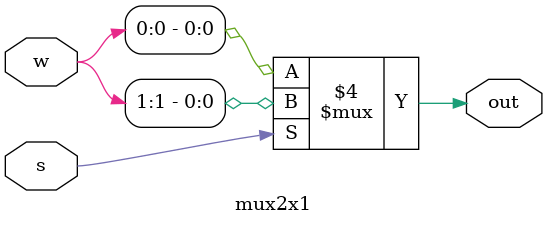
<source format=v>
module mux2x1(w,s,out);
    input [1:0] w;
    input s;
    output out;
    reg out;
    always @(w or s)
    begin
        if (s == 1'b1)
            out = w[1];
        else
            out = w[0];
    end
endmodule
</source>
